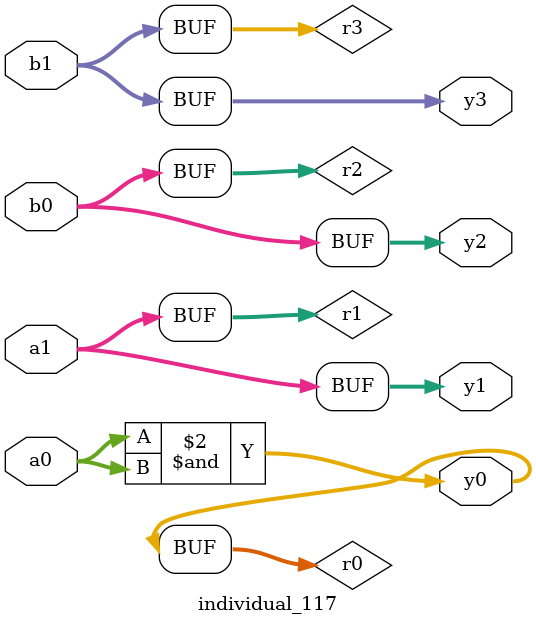
<source format=sv>
module individual_117(input logic [15:0] a1, input logic [15:0] a0, input logic [15:0] b1, input logic [15:0] b0, output logic [15:0] y3, output logic [15:0] y2, output logic [15:0] y1, output logic [15:0] y0);
logic [15:0] r0, r1, r2, r3; 
 always@(*) begin 
	 r0 = a0; r1 = a1; r2 = b0; r3 = b1; 
 	 r0  &=  r0 ;
 	 y3 = r3; y2 = r2; y1 = r1; y0 = r0; 
end
endmodule
</source>
